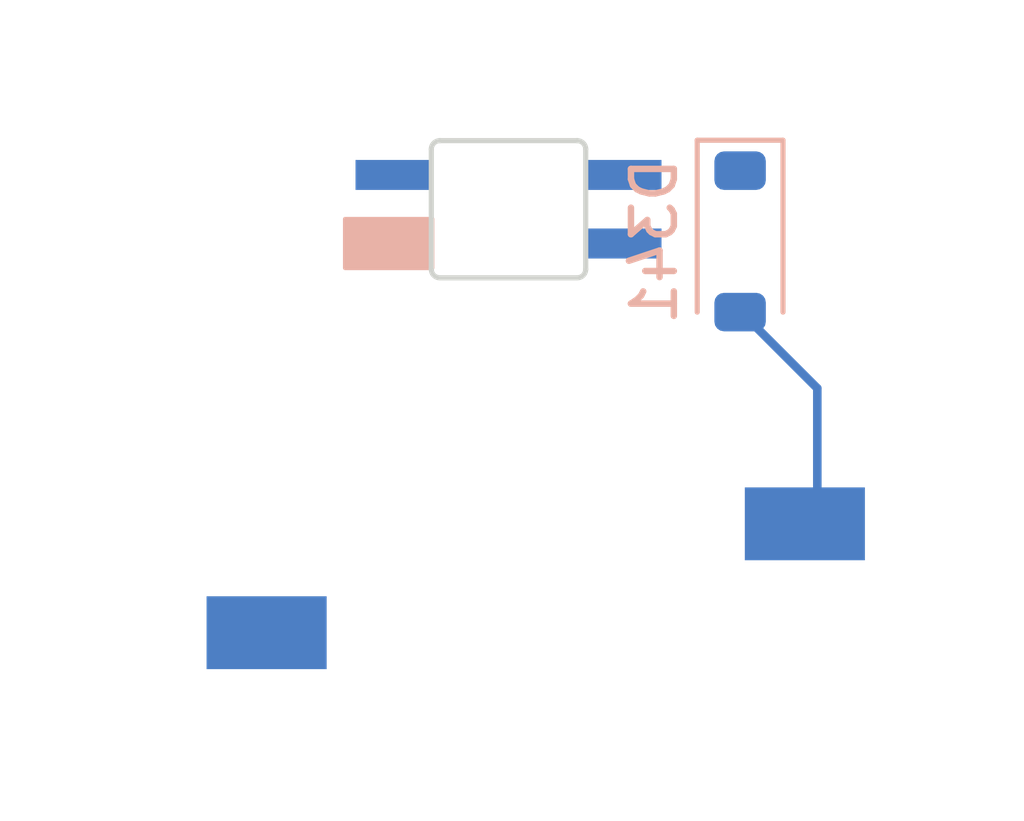
<source format=kicad_pcb>
(kicad_pcb (version 20240108) (generator "pcbnew") (generator_version "8.0")
  (layers (0 "F.Cu" signal) (31 "B.Cu" signal) (34 "B.Paste" user) (35 "F.Paste" user) (36 "B.SilkS" user "B.Silkscreen") (37 "F.SilkS" user "F.Silkscreen") (38 "B.Mask" user) (39 "F.Mask" user) (44 "Edge.Cuts" user))
  (net 0 "")
  (net 1 "/switch_col")
  (net 2 "/switch_row")
  (net 3 "/RGB_R")
  (net 4 "/RGB_B")
  (net 5 "/RGB_G")
  (net 6 "/RGB_V")
  (footprint "vladkvit_keyb:MX_RGB" (layer "F.Cu") (at 30 30)
    (property "Reference" "D34" (hide yes))
    (property "Value" "LED_ARGB" (hide yes))
    (fp_poly (pts (xy -1.778 -4.572) (xy -3.81 -4.572) (xy -3.81 -3.429) (xy -1.778 -3.429)) (stroke (width 0.1)) (fill solid) (layer "B.SilkS"))
    (fp_line (start -1.8 -3.4) (end -1.8 -6.2) (stroke (width 0.12)) (layer "Edge.Cuts"))
    (fp_line (start 1.6 -6.4) (end -1.6 -6.4) (stroke (width 0.12)) (layer "Edge.Cuts"))
    (fp_line (start 1.6 -3.2) (end -1.6 -3.2) (stroke (width 0.12)) (layer "Edge.Cuts"))
    (fp_line (start 1.8 -3.4) (end 1.8 -6.2) (stroke (width 0.12)) (layer "Edge.Cuts"))
    (fp_arc (start -1.8 -6.2) (mid -1.741421 -6.341421) (end -1.6 -6.4) (stroke (width 0.12)) (layer "Edge.Cuts"))
    (fp_arc (start -1.6 -3.2) (mid -1.741421 -3.258579) (end -1.8 -3.4) (stroke (width 0.12)) (layer "Edge.Cuts"))
    (fp_arc (start 1.6 -6.4) (mid 1.741421 -6.341421) (end 1.8 -6.2) (stroke (width 0.12)) (layer "Edge.Cuts"))
    (fp_arc (start 1.8 -3.4) (mid 1.741421 -3.258579) (end 1.6 -3.2) (stroke (width 0.12)) (layer "Edge.Cuts"))
    (pad "1" smd rect (at -2.667 -4 180) (size 1.8 0.7) (layers "B.Cu" "B.Paste" "B.Mask") (net 6 "/RGB_V"))
    (pad "2" smd rect (at 2.667 -4 180) (size 1.8 0.7) (layers "B.Cu" "B.Paste" "B.Mask") (net 3 "/RGB_R"))
    (pad "3" smd rect (at 2.667 -5.6 180) (size 1.8 0.7) (layers "B.Cu" "B.Paste" "B.Mask") (net 5 "/RGB_G"))
    (pad "4" smd rect (at -2.667 -5.6 180) (size 1.8 0.7) (layers "B.Cu" "B.Paste" "B.Mask") (net 4 "/RGB_B"))
  )
  (footprint "vladkvit_keyb:MX_switch_hotswap_125" (layer "F.Cu") (at 30 30)
    (property "Reference" "K34" (hide yes))
    (property "Value" "KEYSW" (hide yes))
    (pad "" np_thru_hole circle (at -5.08 0 180) (size 1.8 1.8) (drill 1.8) (layers "*.Cu" "*.Mask"))
    (pad "" np_thru_hole circle (at -2.54 5.08 180) (size 3 3) (drill 3) (layers "*.Cu" "*.Mask"))
    (pad "" np_thru_hole circle (at 0 0 270) (size 3.9878 3.9878) (drill 3.9878) (layers "*.Cu" "*.Mask"))
    (pad "" np_thru_hole circle (at 3.81 2.54 180) (size 3 3) (drill 3) (layers "*.Cu" "*.Mask"))
    (pad "" np_thru_hole circle (at 5.08 0 180) (size 1.8 1.8) (drill 1.8) (layers "*.Cu" "*.Mask"))
    (pad "1" smd rect (at -5.64 5.08 180) (size 2.8 1.7) (layers "B.Cu" "B.Paste" "B.Mask") (net 1 "/switch_col"))
    (pad "2" smd rect (at 6.91 2.54 180) (size 2.8 1.7) (layers "B.Cu" "B.Paste" "B.Mask"))
  )
  (footprint "Diode_SMD:D_SOD-123" (layer "B.Cu") (at 35.4 25.95 -90)
    (property "Reference" "D341" (at 0 2 90) (layer "B.SilkS") (effects (justify mirror)))
    (property "Value" "D")
    (fp_line (start 1.65 1) (end -2.36 1) (stroke (width 0.12)) (layer "B.SilkS"))
    (fp_line (start -2.36 -1) (end -2.36 1) (stroke (width 0.12)) (layer "B.SilkS"))
    (fp_line (start 1.65 -1) (end -2.36 -1) (stroke (width 0.12)) (layer "B.SilkS"))
    (pad "1" smd roundrect (at -1.65 0 270) (size 0.9 1.2) (layers "B.Cu" "B.Paste" "B.Mask") (net 2 "/switch_row"))
    (pad "2" smd roundrect (at 1.65 0 270) (size 0.9 1.2) (layers "B.Cu" "B.Paste" "B.Mask"))
  )
  (segment (start 37.2 29.377196) (end 35.520964 27.69816) (width 0.2) (layer "B.Cu") (net 0))
  (segment (start 37.2 32.222804) (end 37.2 29.377196) (width 0.2) (layer "B.Cu") (net 0))
)
</source>
